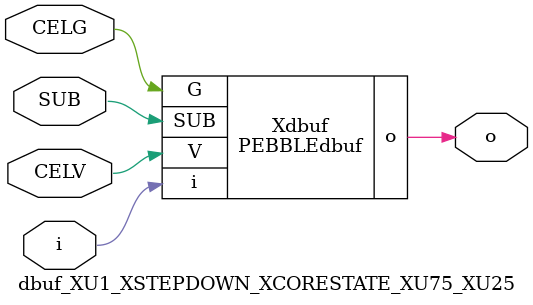
<source format=v>



module PEBBLEdbuf ( o, G, SUB, V, i );

  input V;
  input i;
  input G;
  output o;
  input SUB;
endmodule

//Celera Confidential Do Not Copy dbuf_XU1_XSTEPDOWN_XCORESTATE_XU75_XU25
//Celera Confidential Symbol Generator
//Digital Buffer
module dbuf_XU1_XSTEPDOWN_XCORESTATE_XU75_XU25 (CELV,CELG,i,o,SUB);
input CELV;
input CELG;
input i;
input SUB;
output o;

//Celera Confidential Do Not Copy dbuf
PEBBLEdbuf Xdbuf(
.V (CELV),
.i (i),
.o (o),
.SUB (SUB),
.G (CELG)
);
//,diesize,PEBBLEdbuf

//Celera Confidential Do Not Copy Module End
//Celera Schematic Generator
endmodule

</source>
